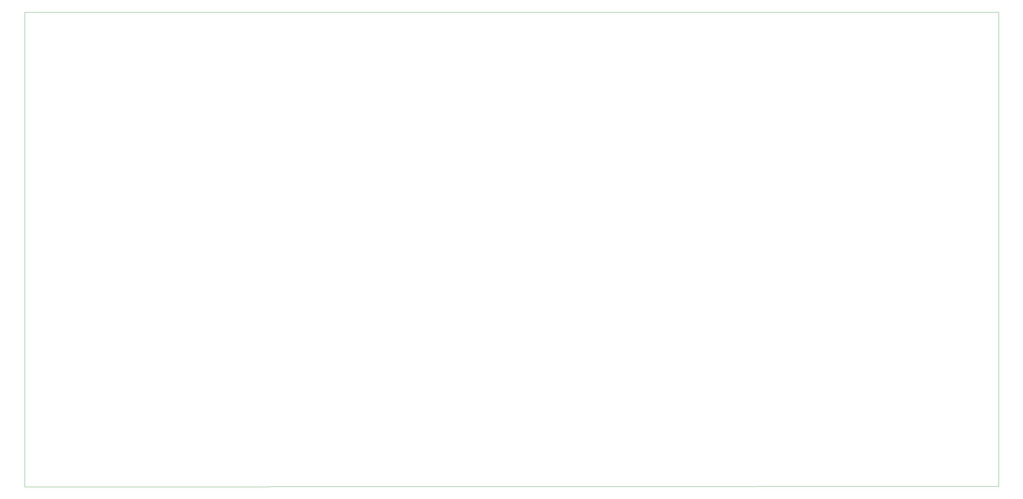
<source format=gbr>
G04 #@! TF.GenerationSoftware,KiCad,Pcbnew,5.0.2-bee76a0~70~ubuntu16.04.1*
G04 #@! TF.CreationDate,2021-10-26T00:07:22+01:00*
G04 #@! TF.ProjectId,Podcar_PCB,506f6463-6172-45f5-9043-422e6b696361,rev?*
G04 #@! TF.SameCoordinates,Original*
G04 #@! TF.FileFunction,Profile,NP*
%FSLAX46Y46*%
G04 Gerber Fmt 4.6, Leading zero omitted, Abs format (unit mm)*
G04 Created by KiCad (PCBNEW 5.0.2-bee76a0~70~ubuntu16.04.1) date Tue 26 Oct 2021 00:07:22 BST*
%MOMM*%
%LPD*%
G01*
G04 APERTURE LIST*
%ADD10C,0.100000*%
G04 APERTURE END LIST*
D10*
X12300000Y-144100000D02*
X12300000Y-11900000D01*
X283400000Y-143900000D02*
X12300000Y-144100000D01*
X283400000Y-11900000D02*
X283400000Y-143900000D01*
X12300000Y-11900000D02*
X283400000Y-11900000D01*
M02*

</source>
